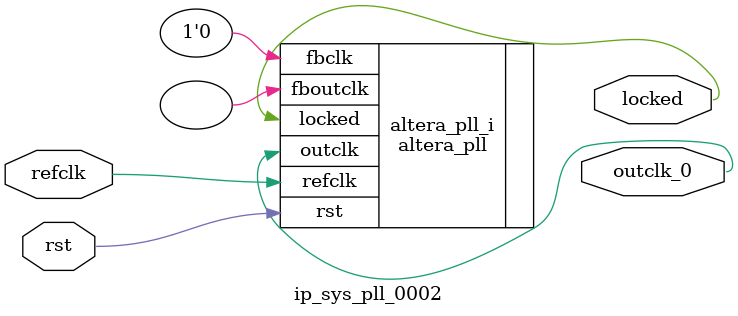
<source format=v>
`timescale 1ns/10ps
module  ip_sys_pll_0002(

	// interface 'refclk'
	input wire refclk,

	// interface 'reset'
	input wire rst,

	// interface 'outclk0'
	output wire outclk_0,

	// interface 'locked'
	output wire locked
);

	altera_pll #(
		.fractional_vco_multiplier("false"),
		.reference_clock_frequency("50.0 MHz"),
		.operation_mode("direct"),
		.number_of_clocks(1),
		.output_clock_frequency0("12.000000 MHz"),
		.phase_shift0("0 ps"),
		.duty_cycle0(50),
		.output_clock_frequency1("0 MHz"),
		.phase_shift1("0 ps"),
		.duty_cycle1(50),
		.output_clock_frequency2("0 MHz"),
		.phase_shift2("0 ps"),
		.duty_cycle2(50),
		.output_clock_frequency3("0 MHz"),
		.phase_shift3("0 ps"),
		.duty_cycle3(50),
		.output_clock_frequency4("0 MHz"),
		.phase_shift4("0 ps"),
		.duty_cycle4(50),
		.output_clock_frequency5("0 MHz"),
		.phase_shift5("0 ps"),
		.duty_cycle5(50),
		.output_clock_frequency6("0 MHz"),
		.phase_shift6("0 ps"),
		.duty_cycle6(50),
		.output_clock_frequency7("0 MHz"),
		.phase_shift7("0 ps"),
		.duty_cycle7(50),
		.output_clock_frequency8("0 MHz"),
		.phase_shift8("0 ps"),
		.duty_cycle8(50),
		.output_clock_frequency9("0 MHz"),
		.phase_shift9("0 ps"),
		.duty_cycle9(50),
		.output_clock_frequency10("0 MHz"),
		.phase_shift10("0 ps"),
		.duty_cycle10(50),
		.output_clock_frequency11("0 MHz"),
		.phase_shift11("0 ps"),
		.duty_cycle11(50),
		.output_clock_frequency12("0 MHz"),
		.phase_shift12("0 ps"),
		.duty_cycle12(50),
		.output_clock_frequency13("0 MHz"),
		.phase_shift13("0 ps"),
		.duty_cycle13(50),
		.output_clock_frequency14("0 MHz"),
		.phase_shift14("0 ps"),
		.duty_cycle14(50),
		.output_clock_frequency15("0 MHz"),
		.phase_shift15("0 ps"),
		.duty_cycle15(50),
		.output_clock_frequency16("0 MHz"),
		.phase_shift16("0 ps"),
		.duty_cycle16(50),
		.output_clock_frequency17("0 MHz"),
		.phase_shift17("0 ps"),
		.duty_cycle17(50),
		.pll_type("General"),
		.pll_subtype("General")
	) altera_pll_i (
		.rst	(rst),
		.outclk	({outclk_0}),
		.locked	(locked),
		.fboutclk	( ),
		.fbclk	(1'b0),
		.refclk	(refclk)
	);
endmodule


</source>
